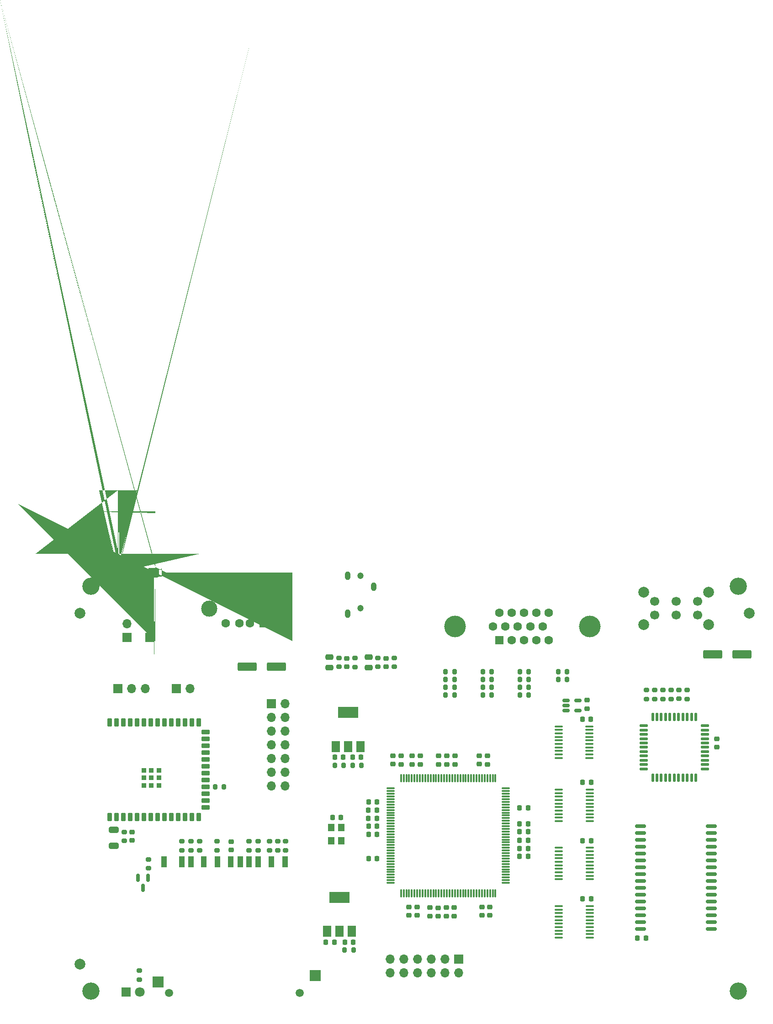
<source format=gts>
%TF.GenerationSoftware,KiCad,Pcbnew,(7.0.0)*%
%TF.CreationDate,2023-08-07T16:44:30-07:00*%
%TF.ProjectId,aquarius-plus,61717561-7269-4757-932d-706c75732e6b,rev?*%
%TF.SameCoordinates,Original*%
%TF.FileFunction,Soldermask,Top*%
%TF.FilePolarity,Negative*%
%FSLAX46Y46*%
G04 Gerber Fmt 4.6, Leading zero omitted, Abs format (unit mm)*
G04 Created by KiCad (PCBNEW (7.0.0)) date 2023-08-07 16:44:30*
%MOMM*%
%LPD*%
G01*
G04 APERTURE LIST*
G04 Aperture macros list*
%AMRoundRect*
0 Rectangle with rounded corners*
0 $1 Rounding radius*
0 $2 $3 $4 $5 $6 $7 $8 $9 X,Y pos of 4 corners*
0 Add a 4 corners polygon primitive as box body*
4,1,4,$2,$3,$4,$5,$6,$7,$8,$9,$2,$3,0*
0 Add four circle primitives for the rounded corners*
1,1,$1+$1,$2,$3*
1,1,$1+$1,$4,$5*
1,1,$1+$1,$6,$7*
1,1,$1+$1,$8,$9*
0 Add four rect primitives between the rounded corners*
20,1,$1+$1,$2,$3,$4,$5,0*
20,1,$1+$1,$4,$5,$6,$7,0*
20,1,$1+$1,$6,$7,$8,$9,0*
20,1,$1+$1,$8,$9,$2,$3,0*%
%AMFreePoly0*
4,1,205,1.200354,0.780354,1.200500,0.780000,1.200500,-0.775000,1.200354,-0.775354,1.200000,-0.775500,0.002000,-0.775500,0.001646,-0.775354,0.001500,-0.775000,0.001500,-0.774762,0.000000,-0.775000,-0.001500,-0.774762,-0.001500,-0.775000,-0.001503,-0.775009,-0.001500,-0.775020,-0.001580,-0.775194,-0.001646,-0.775354,-0.001655,-0.775357,-0.001660,-0.775368,-0.001839,-0.775433,-0.002000,-0.775500,
-0.002009,-0.775496,-0.002020,-0.775500,-0.027020,-0.774500,-0.027028,-0.774495,-0.027038,-0.774499,-0.053038,-0.772499,-0.053047,-0.772494,-0.053057,-0.772497,-0.079057,-0.769497,-0.079075,-0.769486,-0.079095,-0.769491,-0.105094,-0.764491,-0.105104,-0.764484,-0.105117,-0.764486,-0.130117,-0.758486,-0.130124,-0.758480,-0.130134,-0.758482,-0.155135,-0.751481,-0.155148,-0.751470,-0.155169,-0.751471,
-0.180169,-0.742470,-0.180177,-0.742462,-0.180192,-0.742462,-0.204192,-0.732462,-0.204198,-0.732455,-0.204208,-0.732455,-0.228208,-0.721455,-0.228223,-0.721437,-0.228246,-0.721435,-0.251246,-0.708435,-0.251248,-0.708431,-0.251254,-0.708431,-0.273254,-0.695430,-0.273267,-0.695412,-0.273291,-0.695407,-0.294291,-0.680407,-0.294295,-0.680400,-0.294303,-0.680398,-0.315303,-0.664398,-0.315310,-0.664385,
-0.315324,-0.664381,-0.335324,-0.647381,-0.335330,-0.647368,-0.335344,-0.647363,-0.354344,-0.629363,-0.354349,-0.629349,-0.354363,-0.629344,-0.372363,-0.610344,-0.372368,-0.610330,-0.372381,-0.610324,-0.389381,-0.590324,-0.389385,-0.590310,-0.389398,-0.590303,-0.405398,-0.569303,-0.405400,-0.569295,-0.405407,-0.569291,-0.420407,-0.548291,-0.420412,-0.548267,-0.420430,-0.548254,-0.433430,-0.526254,
-0.433430,-0.526249,-0.433435,-0.526246,-0.446435,-0.503246,-0.446437,-0.503224,-0.446454,-0.503209,-0.457455,-0.479208,-0.457455,-0.479198,-0.457462,-0.479192,-0.467462,-0.455192,-0.467462,-0.455178,-0.467470,-0.455170,-0.476470,-0.430169,-0.476469,-0.430150,-0.476481,-0.430135,-0.483481,-0.405135,-0.483479,-0.405125,-0.483486,-0.405117,-0.489486,-0.380117,-0.489484,-0.380104,-0.489491,-0.380094,
-0.494491,-0.354094,-0.494487,-0.354075,-0.494497,-0.354058,-0.497497,-0.328057,-0.497494,-0.328048,-0.497499,-0.328039,-0.499499,-0.302038,-0.499495,-0.302028,-0.499500,-0.302019,-0.500500,-0.275019,-0.500496,-0.275008,-0.500500,-0.275000,-0.500500,0.275000,-0.500496,0.275008,-0.500500,0.275019,-0.499500,0.301019,-0.499495,0.301028,-0.499499,0.301038,-0.497499,0.327039,-0.497494,0.327048,
-0.497497,0.327057,-0.494497,0.353058,-0.494487,0.353075,-0.494491,0.353094,-0.489491,0.379094,-0.489484,0.379104,-0.489486,0.379117,-0.483486,0.404117,-0.483482,0.404122,-0.483483,0.404130,-0.476483,0.430130,-0.476467,0.430150,-0.476468,0.430176,-0.467468,0.454176,-0.467462,0.454182,-0.467462,0.454192,-0.457462,0.478192,-0.457455,0.478198,-0.457455,0.478208,-0.446454,0.502209,
-0.446437,0.502224,-0.446435,0.502246,-0.433435,0.525246,-0.433424,0.525254,-0.433422,0.525268,-0.405422,0.569269,-0.405403,0.569281,-0.405398,0.569303,-0.389398,0.590303,-0.389385,0.590310,-0.389381,0.590324,-0.372381,0.610324,-0.372368,0.610330,-0.372363,0.610344,-0.354363,0.629344,-0.354349,0.629349,-0.354344,0.629363,-0.335344,0.647363,-0.335330,0.647368,-0.335324,0.647381,
-0.315324,0.664381,-0.315310,0.664385,-0.315303,0.664398,-0.294303,0.680398,-0.294280,0.680403,-0.294268,0.680422,-0.250268,0.708422,-0.250254,0.708424,-0.250246,0.708435,-0.227246,0.721435,-0.227223,0.721437,-0.227208,0.721455,-0.203208,0.732455,-0.203198,0.732455,-0.203192,0.732462,-0.179192,0.742462,-0.179182,0.742462,-0.179176,0.742468,-0.155176,0.751468,-0.155150,0.751467,
-0.155130,0.751483,-0.129130,0.758483,-0.129122,0.758482,-0.129117,0.758486,-0.104117,0.764486,-0.104104,0.764484,-0.104094,0.764491,-0.078095,0.769491,-0.078075,0.769486,-0.078057,0.769497,-0.052057,0.772497,-0.052047,0.772494,-0.052038,0.772499,-0.026038,0.774499,-0.026028,0.774495,-0.026019,0.774500,-0.000019,0.775500,-0.000008,0.775496,0.000000,0.775500,1.194500,0.775500,
1.194500,0.780000,1.194646,0.780354,1.195000,0.780500,1.200000,0.780500,1.200354,0.780354,1.200354,0.780354,$1*%
%AMFreePoly1*
4,1,205,-0.001646,0.775354,-0.001500,0.775000,-0.001500,0.774762,0.000000,0.775000,0.001500,0.774762,0.001500,0.775000,0.001503,0.775009,0.001500,0.775020,0.001580,0.775194,0.001646,0.775354,0.001655,0.775357,0.001660,0.775368,0.001839,0.775433,0.002000,0.775500,0.002009,0.775496,0.002020,0.775500,0.027020,0.774500,0.027028,0.774495,0.027038,0.774499,0.053039,0.772499,
0.053048,0.772494,0.053057,0.772497,0.079058,0.769497,0.079075,0.769487,0.079094,0.769491,0.105094,0.764491,0.105104,0.764484,0.105117,0.764486,0.130117,0.758486,0.130125,0.758479,0.130135,0.758481,0.155135,0.751481,0.155150,0.751469,0.155169,0.751470,0.180170,0.742470,0.180178,0.742462,0.180192,0.742462,0.204192,0.732462,0.204198,0.732455,0.204208,0.732455,
0.228209,0.721454,0.228224,0.721437,0.228246,0.721435,0.251246,0.708435,0.251249,0.708430,0.251254,0.708430,0.273254,0.695430,0.273267,0.695412,0.273291,0.695407,0.294291,0.680407,0.294295,0.680400,0.294303,0.680398,0.315303,0.664398,0.315310,0.664385,0.315324,0.664381,0.335324,0.647381,0.335330,0.647368,0.335344,0.647363,0.354344,0.629363,0.354349,0.629349,
0.354363,0.629344,0.372363,0.610344,0.372368,0.610330,0.372381,0.610324,0.389381,0.590324,0.389385,0.590310,0.389398,0.590303,0.405398,0.569303,0.405400,0.569295,0.405407,0.569291,0.420407,0.548291,0.420412,0.548267,0.420430,0.548254,0.433431,0.526254,0.433431,0.526248,0.433435,0.526246,0.446435,0.503246,0.446437,0.503223,0.446455,0.503208,0.457455,0.479208,
0.457455,0.479198,0.457462,0.479192,0.467462,0.455192,0.467462,0.455177,0.467470,0.455169,0.476471,0.430169,0.476470,0.430148,0.476481,0.430135,0.483482,0.405134,0.483480,0.405124,0.483486,0.405117,0.489486,0.380117,0.489484,0.380104,0.489491,0.380094,0.494491,0.354095,0.494486,0.354075,0.494497,0.354057,0.497497,0.328057,0.497494,0.328047,0.497499,0.328038,
0.499499,0.302038,0.499495,0.302028,0.499500,0.302019,0.500500,0.275018,0.500496,0.275008,0.500500,0.275000,0.500500,-0.275000,0.500496,-0.275008,0.500500,-0.275019,0.499500,-0.301019,0.499495,-0.301028,0.499499,-0.301038,0.497499,-0.327038,0.497494,-0.327047,0.497497,-0.327057,0.494497,-0.353057,0.494486,-0.353075,0.494491,-0.353095,0.489491,-0.379094,0.489484,-0.379104,
0.489486,-0.379117,0.483486,-0.404117,0.483482,-0.404122,0.483483,-0.404130,0.476483,-0.430130,0.476467,-0.430150,0.476468,-0.430176,0.467468,-0.454176,0.467462,-0.454182,0.467462,-0.454192,0.457462,-0.478192,0.457455,-0.478198,0.457455,-0.478208,0.446455,-0.502208,0.446437,-0.502223,0.446435,-0.502246,0.433435,-0.525246,0.433424,-0.525254,0.433422,-0.525268,0.405422,-0.569268,
0.405403,-0.569280,0.405398,-0.569303,0.389398,-0.590303,0.389385,-0.590310,0.389381,-0.590324,0.372381,-0.610324,0.372368,-0.610330,0.372363,-0.610344,0.354363,-0.629344,0.354349,-0.629349,0.354344,-0.629363,0.335344,-0.647363,0.335330,-0.647368,0.335324,-0.647381,0.315324,-0.664381,0.315310,-0.664385,0.315303,-0.664398,0.294303,-0.680398,0.294281,-0.680403,0.294269,-0.680422,
0.250268,-0.708422,0.250254,-0.708424,0.250246,-0.708435,0.227246,-0.721435,0.227224,-0.721437,0.227209,-0.721454,0.203208,-0.732455,0.203198,-0.732455,0.203192,-0.732462,0.179192,-0.742462,0.179182,-0.742462,0.179176,-0.742468,0.155176,-0.751468,0.155150,-0.751467,0.155130,-0.751483,0.129130,-0.758483,0.129122,-0.758482,0.129117,-0.758486,0.104117,-0.764486,0.104104,-0.764484,
0.104094,-0.764491,0.078094,-0.769491,0.078075,-0.769487,0.078058,-0.769497,0.052057,-0.772497,0.052048,-0.772494,0.052039,-0.772499,0.026038,-0.774499,0.026028,-0.774495,0.026019,-0.774500,0.000019,-0.775500,0.000008,-0.775496,0.000000,-0.775500,-1.194500,-0.775500,-1.194500,-0.780000,-1.194646,-0.780354,-1.195000,-0.780500,-1.200000,-0.780500,-1.200354,-0.780354,-1.200500,-0.780000,
-1.200500,0.775000,-1.200354,0.775354,-1.200000,0.775500,-0.002000,0.775500,-0.001646,0.775354,-0.001646,0.775354,$1*%
G04 Aperture macros list end*
%ADD10C,0.000100*%
%ADD11RoundRect,0.225000X0.250000X-0.225000X0.250000X0.225000X-0.250000X0.225000X-0.250000X-0.225000X0*%
%ADD12RoundRect,0.200000X-0.275000X0.200000X-0.275000X-0.200000X0.275000X-0.200000X0.275000X0.200000X0*%
%ADD13RoundRect,0.200000X0.275000X-0.200000X0.275000X0.200000X-0.275000X0.200000X-0.275000X-0.200000X0*%
%ADD14RoundRect,0.150000X0.875000X0.150000X-0.875000X0.150000X-0.875000X-0.150000X0.875000X-0.150000X0*%
%ADD15R,1.700000X1.700000*%
%ADD16O,1.700000X1.700000*%
%ADD17RoundRect,0.200000X-0.200000X-0.275000X0.200000X-0.275000X0.200000X0.275000X-0.200000X0.275000X0*%
%ADD18RoundRect,0.225000X-0.250000X0.225000X-0.250000X-0.225000X0.250000X-0.225000X0.250000X0.225000X0*%
%ADD19R,1.500000X2.000000*%
%ADD20R,3.800000X2.000000*%
%ADD21RoundRect,0.075000X-0.075000X0.662500X-0.075000X-0.662500X0.075000X-0.662500X0.075000X0.662500X0*%
%ADD22RoundRect,0.075000X-0.662500X0.075000X-0.662500X-0.075000X0.662500X-0.075000X0.662500X0.075000X0*%
%ADD23C,3.200000*%
%ADD24RoundRect,0.225000X0.225000X0.250000X-0.225000X0.250000X-0.225000X-0.250000X0.225000X-0.250000X0*%
%ADD25RoundRect,0.225000X-0.225000X-0.250000X0.225000X-0.250000X0.225000X0.250000X-0.225000X0.250000X0*%
%ADD26RoundRect,0.250000X0.475000X-0.250000X0.475000X0.250000X-0.475000X0.250000X-0.475000X-0.250000X0*%
%ADD27C,2.000000*%
%ADD28C,1.700000*%
%ADD29R,0.400000X1.350000*%
%ADD30FreePoly0,180.000000*%
%ADD31O,1.300000X0.650000*%
%ADD32R,1.500000X1.550000*%
%ADD33FreePoly1,180.000000*%
%ADD34C,1.500000*%
%ADD35R,1.000000X2.000000*%
%ADD36RoundRect,0.000000X-0.500000X-1.000000X0.500000X-1.000000X0.500000X1.000000X-0.500000X1.000000X0*%
%ADD37R,2.000000X2.000000*%
%ADD38RoundRect,0.137500X0.600000X0.137500X-0.600000X0.137500X-0.600000X-0.137500X0.600000X-0.137500X0*%
%ADD39RoundRect,0.137500X0.137500X0.600000X-0.137500X0.600000X-0.137500X-0.600000X0.137500X-0.600000X0*%
%ADD40C,4.000000*%
%ADD41R,1.600000X1.600000*%
%ADD42C,1.600000*%
%ADD43RoundRect,0.100000X-0.637500X-0.100000X0.637500X-0.100000X0.637500X0.100000X-0.637500X0.100000X0*%
%ADD44R,1.600000X1.500000*%
%ADD45C,3.000000*%
%ADD46R,1.800000X1.800000*%
%ADD47C,1.800000*%
%ADD48RoundRect,0.250000X1.500000X0.550000X-1.500000X0.550000X-1.500000X-0.550000X1.500000X-0.550000X0*%
%ADD49R,1.200000X1.400000*%
%ADD50RoundRect,0.250000X-0.650000X0.325000X-0.650000X-0.325000X0.650000X-0.325000X0.650000X0.325000X0*%
%ADD51C,1.200000*%
%ADD52O,1.000000X1.600000*%
%ADD53RoundRect,0.225000X0.225000X0.525000X-0.225000X0.525000X-0.225000X-0.525000X0.225000X-0.525000X0*%
%ADD54RoundRect,0.225000X-0.525000X0.225000X-0.525000X-0.225000X0.525000X-0.225000X0.525000X0.225000X0*%
%ADD55RoundRect,0.225000X-0.225000X-0.525000X0.225000X-0.525000X0.225000X0.525000X-0.225000X0.525000X0*%
%ADD56RoundRect,0.225000X-0.225000X-0.225000X0.225000X-0.225000X0.225000X0.225000X-0.225000X0.225000X0*%
%ADD57RoundRect,0.150000X-0.150000X0.587500X-0.150000X-0.587500X0.150000X-0.587500X0.150000X0.587500X0*%
%ADD58RoundRect,0.250000X-1.500000X-0.550000X1.500000X-0.550000X1.500000X0.550000X-1.500000X0.550000X0*%
%ADD59RoundRect,0.150000X-0.512500X-0.150000X0.512500X-0.150000X0.512500X0.150000X-0.512500X0.150000X0*%
G04 APERTURE END LIST*
%TO.C,J1*%
G36*
X81093152Y-43585469D02*
G01*
X81119152Y-43587469D01*
X81145152Y-43590469D01*
X81171152Y-43595469D01*
X81196152Y-43601469D01*
X81222152Y-43608469D01*
X81246152Y-43617469D01*
X81270152Y-43627469D01*
X81294152Y-43638469D01*
X81317152Y-43651469D01*
X81339152Y-43665469D01*
X81361152Y-43679469D01*
X81382152Y-43695469D01*
X81402152Y-43712469D01*
X81421152Y-43730469D01*
X81439152Y-43749469D01*
X81456152Y-43769469D01*
X81472152Y-43790469D01*
X81486152Y-43812469D01*
X81500152Y-43834469D01*
X81513152Y-43857469D01*
X81524152Y-43881469D01*
X81534152Y-43905469D01*
X81543152Y-43929469D01*
X81550152Y-43955469D01*
X81556152Y-43980469D01*
X81561152Y-44006469D01*
X81564152Y-44032469D01*
X81566152Y-44058469D01*
X81567152Y-44084469D01*
X81567152Y-44834469D01*
X81566152Y-44860469D01*
X81564152Y-44886469D01*
X81561152Y-44912469D01*
X81556152Y-44938469D01*
X81550152Y-44963469D01*
X81543152Y-44989469D01*
X81534152Y-45013469D01*
X81524152Y-45037469D01*
X81513152Y-45061469D01*
X81500152Y-45084469D01*
X81486152Y-45106469D01*
X81472152Y-45128469D01*
X81456152Y-45149469D01*
X81439152Y-45169469D01*
X81421152Y-45188469D01*
X81402152Y-45206469D01*
X81382152Y-45223469D01*
X81361152Y-45239469D01*
X81339152Y-45253469D01*
X81317152Y-45267469D01*
X81294152Y-45280469D01*
X81270152Y-45291469D01*
X81246152Y-45301469D01*
X81222152Y-45310469D01*
X81196152Y-45317469D01*
X81171152Y-45323469D01*
X81145152Y-45328469D01*
X81119152Y-45331469D01*
X81093152Y-45333469D01*
X81067152Y-45334469D01*
X79667152Y-45334469D01*
X79667152Y-43584469D01*
X81067152Y-43584469D01*
X81093152Y-43585469D01*
G37*
D10*
X81093152Y-43585469D02*
X81119152Y-43587469D01*
X81145152Y-43590469D01*
X81171152Y-43595469D01*
X81196152Y-43601469D01*
X81222152Y-43608469D01*
X81246152Y-43617469D01*
X81270152Y-43627469D01*
X81294152Y-43638469D01*
X81317152Y-43651469D01*
X81339152Y-43665469D01*
X81361152Y-43679469D01*
X81382152Y-43695469D01*
X81402152Y-43712469D01*
X81421152Y-43730469D01*
X81439152Y-43749469D01*
X81456152Y-43769469D01*
X81472152Y-43790469D01*
X81486152Y-43812469D01*
X81500152Y-43834469D01*
X81513152Y-43857469D01*
X81524152Y-43881469D01*
X81534152Y-43905469D01*
X81543152Y-43929469D01*
X81550152Y-43955469D01*
X81556152Y-43980469D01*
X81561152Y-44006469D01*
X81564152Y-44032469D01*
X81566152Y-44058469D01*
X81567152Y-44084469D01*
X81567152Y-44834469D01*
X81566152Y-44860469D01*
X81564152Y-44886469D01*
X81561152Y-44912469D01*
X81556152Y-44938469D01*
X81550152Y-44963469D01*
X81543152Y-44989469D01*
X81534152Y-45013469D01*
X81524152Y-45037469D01*
X81513152Y-45061469D01*
X81500152Y-45084469D01*
X81486152Y-45106469D01*
X81472152Y-45128469D01*
X81456152Y-45149469D01*
X81439152Y-45169469D01*
X81421152Y-45188469D01*
X81402152Y-45206469D01*
X81382152Y-45223469D01*
X81361152Y-45239469D01*
X81339152Y-45253469D01*
X81317152Y-45267469D01*
X81294152Y-45280469D01*
X81270152Y-45291469D01*
X81246152Y-45301469D01*
X81222152Y-45310469D01*
X81196152Y-45317469D01*
X81171152Y-45323469D01*
X81145152Y-45328469D01*
X81119152Y-45331469D01*
X81093152Y-45333469D01*
X81067152Y-45334469D01*
X79667152Y-45334469D01*
X79667152Y-43584469D01*
X81067152Y-43584469D01*
X81093152Y-43585469D01*
G36*
X75267152Y-45334469D02*
G01*
X73867152Y-45334469D01*
X73841152Y-45333469D01*
X73815152Y-45331469D01*
X73789152Y-45328469D01*
X73763152Y-45323469D01*
X73738152Y-45317469D01*
X73712152Y-45310469D01*
X73688152Y-45301469D01*
X73664152Y-45291469D01*
X73640152Y-45280469D01*
X73617152Y-45267469D01*
X73595152Y-45253469D01*
X73573152Y-45239469D01*
X73552152Y-45223469D01*
X73532152Y-45206469D01*
X73513152Y-45188469D01*
X73495152Y-45169469D01*
X73478152Y-45149469D01*
X73462152Y-45128469D01*
X73448152Y-45106469D01*
X73434152Y-45084469D01*
X73421152Y-45061469D01*
X73410152Y-45037469D01*
X73400152Y-45013469D01*
X73391152Y-44989469D01*
X73384152Y-44963469D01*
X73378152Y-44938469D01*
X73373152Y-44912469D01*
X73370152Y-44886469D01*
X73368152Y-44860469D01*
X73367152Y-44834469D01*
X73367152Y-44084469D01*
X73368152Y-44058469D01*
X73370152Y-44032469D01*
X73373152Y-44006469D01*
X73378152Y-43980469D01*
X73384152Y-43955469D01*
X73391152Y-43929469D01*
X73400152Y-43905469D01*
X73410152Y-43881469D01*
X73421152Y-43857469D01*
X73434152Y-43834469D01*
X73448152Y-43812469D01*
X73462152Y-43790469D01*
X73478152Y-43769469D01*
X73495152Y-43749469D01*
X73513152Y-43730469D01*
X73532152Y-43712469D01*
X73552152Y-43695469D01*
X73573152Y-43679469D01*
X73595152Y-43665469D01*
X73617152Y-43651469D01*
X73640152Y-43638469D01*
X73664152Y-43627469D01*
X73688152Y-43617469D01*
X73712152Y-43608469D01*
X73738152Y-43601469D01*
X73763152Y-43595469D01*
X73789152Y-43590469D01*
X73815152Y-43587469D01*
X73841152Y-43585469D01*
X73867152Y-43584469D01*
X75267152Y-43584469D01*
X75267152Y-45334469D01*
G37*
X75267152Y-45334469D02*
X73867152Y-45334469D01*
X73841152Y-45333469D01*
X73815152Y-45331469D01*
X73789152Y-45328469D01*
X73763152Y-45323469D01*
X73738152Y-45317469D01*
X73712152Y-45310469D01*
X73688152Y-45301469D01*
X73664152Y-45291469D01*
X73640152Y-45280469D01*
X73617152Y-45267469D01*
X73595152Y-45253469D01*
X73573152Y-45239469D01*
X73552152Y-45223469D01*
X73532152Y-45206469D01*
X73513152Y-45188469D01*
X73495152Y-45169469D01*
X73478152Y-45149469D01*
X73462152Y-45128469D01*
X73448152Y-45106469D01*
X73434152Y-45084469D01*
X73421152Y-45061469D01*
X73410152Y-45037469D01*
X73400152Y-45013469D01*
X73391152Y-44989469D01*
X73384152Y-44963469D01*
X73378152Y-44938469D01*
X73373152Y-44912469D01*
X73370152Y-44886469D01*
X73368152Y-44860469D01*
X73367152Y-44834469D01*
X73367152Y-44084469D01*
X73368152Y-44058469D01*
X73370152Y-44032469D01*
X73373152Y-44006469D01*
X73378152Y-43980469D01*
X73384152Y-43955469D01*
X73391152Y-43929469D01*
X73400152Y-43905469D01*
X73410152Y-43881469D01*
X73421152Y-43857469D01*
X73434152Y-43834469D01*
X73448152Y-43812469D01*
X73462152Y-43790469D01*
X73478152Y-43769469D01*
X73495152Y-43749469D01*
X73513152Y-43730469D01*
X73532152Y-43712469D01*
X73552152Y-43695469D01*
X73573152Y-43679469D01*
X73595152Y-43665469D01*
X73617152Y-43651469D01*
X73640152Y-43638469D01*
X73664152Y-43627469D01*
X73688152Y-43617469D01*
X73712152Y-43608469D01*
X73738152Y-43601469D01*
X73763152Y-43595469D01*
X73789152Y-43590469D01*
X73815152Y-43587469D01*
X73841152Y-43585469D01*
X73867152Y-43584469D01*
X75267152Y-43584469D01*
X75267152Y-45334469D01*
%TD*%
D11*
%TO.C,C21*%
X140997000Y-79981200D03*
X140997000Y-78431200D03*
%TD*%
D12*
%TO.C,R24*%
X173497500Y-66238100D03*
X173497500Y-67888100D03*
%TD*%
D13*
%TO.C,R49*%
X75200000Y-94175000D03*
X75200000Y-92525000D03*
%TD*%
D14*
%TO.C,U13*%
X183972700Y-110490000D03*
X183972700Y-109220000D03*
X183972700Y-107950000D03*
X183972700Y-106680000D03*
X183972700Y-105410000D03*
X183972700Y-104140000D03*
X183972700Y-102870000D03*
X183972700Y-101600000D03*
X183972700Y-100330000D03*
X183972700Y-99060000D03*
X183972700Y-97790000D03*
X183972700Y-96520000D03*
X183972700Y-95250000D03*
X183972700Y-93980000D03*
X183972700Y-92710000D03*
X183972700Y-91440000D03*
X170872700Y-91440000D03*
X170872700Y-92710000D03*
X170872700Y-93980000D03*
X170872700Y-95250000D03*
X170872700Y-96520000D03*
X170872700Y-97790000D03*
X170872700Y-99060000D03*
X170872700Y-100330000D03*
X170872700Y-101600000D03*
X170872700Y-102870000D03*
X170872700Y-104140000D03*
X170872700Y-105410000D03*
X170872700Y-106680000D03*
X170872700Y-107950000D03*
X170872700Y-109220000D03*
X170872700Y-110490000D03*
%TD*%
D15*
%TO.C,JP3*%
X84804199Y-66006999D03*
D16*
X87344199Y-66006999D03*
%TD*%
D12*
%TO.C,R47*%
X103611700Y-94273200D03*
X103611700Y-95923200D03*
%TD*%
D17*
%TO.C,R20*%
X141609500Y-67120100D03*
X143259500Y-67120100D03*
%TD*%
%TO.C,R13*%
X148494300Y-64282000D03*
X150144300Y-64282000D03*
%TD*%
D18*
%TO.C,C46*%
X136350000Y-106562500D03*
X136350000Y-108112500D03*
%TD*%
D11*
%TO.C,C4*%
X123699400Y-61898800D03*
X123699400Y-60348800D03*
%TD*%
D19*
%TO.C,U3*%
X114393326Y-76700699D03*
X116693326Y-76700699D03*
D20*
X116693326Y-70400699D03*
D19*
X118993326Y-76700699D03*
%TD*%
D18*
%TO.C,C52*%
X134850000Y-106562500D03*
X134850000Y-108112500D03*
%TD*%
D12*
%TO.C,R46*%
X102150300Y-94272500D03*
X102150300Y-95922500D03*
%TD*%
D21*
%TO.C,U6*%
X143970000Y-82550000D03*
X143470000Y-82550000D03*
X142970000Y-82550000D03*
X142470000Y-82550000D03*
X141970000Y-82550000D03*
X141470000Y-82550000D03*
X140970000Y-82550000D03*
X140470000Y-82550000D03*
X139970000Y-82550000D03*
X139470000Y-82550000D03*
X138970000Y-82550000D03*
X138470000Y-82550000D03*
X137970000Y-82550000D03*
X137470000Y-82550000D03*
X136970000Y-82550000D03*
X136470000Y-82550000D03*
X135970000Y-82550000D03*
X135470000Y-82550000D03*
X134970000Y-82550000D03*
X134470000Y-82550000D03*
X133970000Y-82550000D03*
X133470000Y-82550000D03*
X132970000Y-82550000D03*
X132470000Y-82550000D03*
X131970000Y-82550000D03*
X131470000Y-82550000D03*
X130970000Y-82550000D03*
X130470000Y-82550000D03*
X129970000Y-82550000D03*
X129470000Y-82550000D03*
X128970000Y-82550000D03*
X128470000Y-82550000D03*
X127970000Y-82550000D03*
X127470000Y-82550000D03*
X126970000Y-82550000D03*
X126470000Y-82550000D03*
D22*
X124557500Y-84462500D03*
X124557500Y-84962500D03*
X124557500Y-85462500D03*
X124557500Y-85962500D03*
X124557500Y-86462500D03*
X124557500Y-86962500D03*
X124557500Y-87462500D03*
X124557500Y-87962500D03*
X124557500Y-88462500D03*
X124557500Y-88962500D03*
X124557500Y-89462500D03*
X124557500Y-89962500D03*
X124557500Y-90462500D03*
X124557500Y-90962500D03*
X124557500Y-91462500D03*
X124557500Y-91962500D03*
X124557500Y-92462500D03*
X124557500Y-92962500D03*
X124557500Y-93462500D03*
X124557500Y-93962500D03*
X124557500Y-94462500D03*
X124557500Y-94962500D03*
X124557500Y-95462500D03*
X124557500Y-95962500D03*
X124557500Y-96462500D03*
X124557500Y-96962500D03*
X124557500Y-97462500D03*
X124557500Y-97962500D03*
X124557500Y-98462500D03*
X124557500Y-98962500D03*
X124557500Y-99462500D03*
X124557500Y-99962500D03*
X124557500Y-100462500D03*
X124557500Y-100962500D03*
X124557500Y-101462500D03*
X124557500Y-101962500D03*
D21*
X126470000Y-103875000D03*
X126970000Y-103875000D03*
X127470000Y-103875000D03*
X127970000Y-103875000D03*
X128470000Y-103875000D03*
X128970000Y-103875000D03*
X129470000Y-103875000D03*
X129970000Y-103875000D03*
X130470000Y-103875000D03*
X130970000Y-103875000D03*
X131470000Y-103875000D03*
X131970000Y-103875000D03*
X132470000Y-103875000D03*
X132970000Y-103875000D03*
X133470000Y-103875000D03*
X133970000Y-103875000D03*
X134470000Y-103875000D03*
X134970000Y-103875000D03*
X135470000Y-103875000D03*
X135970000Y-103875000D03*
X136470000Y-103875000D03*
X136970000Y-103875000D03*
X137470000Y-103875000D03*
X137970000Y-103875000D03*
X138470000Y-103875000D03*
X138970000Y-103875000D03*
X139470000Y-103875000D03*
X139970000Y-103875000D03*
X140470000Y-103875000D03*
X140970000Y-103875000D03*
X141470000Y-103875000D03*
X141970000Y-103875000D03*
X142470000Y-103875000D03*
X142970000Y-103875000D03*
X143470000Y-103875000D03*
X143970000Y-103875000D03*
D22*
X145882500Y-101962500D03*
X145882500Y-101462500D03*
X145882500Y-100962500D03*
X145882500Y-100462500D03*
X145882500Y-99962500D03*
X145882500Y-99462500D03*
X145882500Y-98962500D03*
X145882500Y-98462500D03*
X145882500Y-97962500D03*
X145882500Y-97462500D03*
X145882500Y-96962500D03*
X145882500Y-96462500D03*
X145882500Y-95962500D03*
X145882500Y-95462500D03*
X145882500Y-94962500D03*
X145882500Y-94462500D03*
X145882500Y-93962500D03*
X145882500Y-93462500D03*
X145882500Y-92962500D03*
X145882500Y-92462500D03*
X145882500Y-91962500D03*
X145882500Y-91462500D03*
X145882500Y-90962500D03*
X145882500Y-90462500D03*
X145882500Y-89962500D03*
X145882500Y-89462500D03*
X145882500Y-88962500D03*
X145882500Y-88462500D03*
X145882500Y-87962500D03*
X145882500Y-87462500D03*
X145882500Y-86962500D03*
X145882500Y-86462500D03*
X145882500Y-85962500D03*
X145882500Y-85462500D03*
X145882500Y-84962500D03*
X145882500Y-84462500D03*
%TD*%
D23*
%TO.C,H4*%
X189000000Y-122000000D03*
%TD*%
D17*
%TO.C,R15*%
X134738600Y-65716700D03*
X136388600Y-65716700D03*
%TD*%
D23*
%TO.C,H3*%
X69000000Y-122000000D03*
%TD*%
D12*
%TO.C,R25*%
X175000000Y-66238100D03*
X175000000Y-67888100D03*
%TD*%
D15*
%TO.C,JP1*%
X75674599Y-56525399D03*
D16*
X75674599Y-53985399D03*
%TD*%
D24*
%TO.C,C47*%
X114100000Y-112925600D03*
X112550000Y-112925600D03*
%TD*%
D18*
%TO.C,C35*%
X133350000Y-106575000D03*
X133350000Y-108125000D03*
%TD*%
D25*
%TO.C,C55*%
X170296800Y-112226000D03*
X171846800Y-112226000D03*
%TD*%
D11*
%TO.C,C20*%
X125000000Y-79983800D03*
X125000000Y-78433800D03*
%TD*%
D26*
%TO.C,C3*%
X120449400Y-62073800D03*
X120449400Y-60173800D03*
%TD*%
D12*
%TO.C,R23*%
X172000000Y-66238100D03*
X172000000Y-67888100D03*
%TD*%
D11*
%TO.C,C19*%
X136470000Y-79987500D03*
X136470000Y-78437500D03*
%TD*%
D13*
%TO.C,R4*%
X117945700Y-61957300D03*
X117945700Y-60307300D03*
%TD*%
D15*
%TO.C,J10*%
X137159999Y-116079999D03*
D16*
X137159999Y-118619999D03*
X134619999Y-116079999D03*
X134619999Y-118619999D03*
X132079999Y-116079999D03*
X132079999Y-118619999D03*
X129539999Y-116079999D03*
X129539999Y-118619999D03*
X126999999Y-116079999D03*
X126999999Y-118619999D03*
X124459999Y-116079999D03*
X124459999Y-118619999D03*
%TD*%
D11*
%TO.C,C56*%
X94954900Y-95871400D03*
X94954900Y-94321400D03*
%TD*%
D24*
%TO.C,C48*%
X117625000Y-112925600D03*
X116075000Y-112925600D03*
%TD*%
%TO.C,C45*%
X161685000Y-104941400D03*
X160135000Y-104941400D03*
%TD*%
D27*
%TO.C,FID1*%
X67000000Y-52000000D03*
%TD*%
%TO.C,SW1*%
X183457500Y-54082500D03*
X183457500Y-48082500D03*
X171457500Y-54082500D03*
X171457500Y-48082500D03*
D28*
X181457500Y-52332500D03*
X177457500Y-52332500D03*
X173457500Y-52332500D03*
X181457500Y-49832500D03*
X177457500Y-49832500D03*
X173457500Y-49832500D03*
%TD*%
D17*
%TO.C,R14*%
X155581300Y-64279100D03*
X157231300Y-64279100D03*
%TD*%
%TO.C,R39*%
X116025000Y-114425600D03*
X117675000Y-114425600D03*
%TD*%
%TO.C,R9*%
X148494300Y-62864900D03*
X150144300Y-62864900D03*
%TD*%
D24*
%TO.C,C41*%
X161685000Y-94131400D03*
X160135000Y-94131400D03*
%TD*%
D12*
%TO.C,R44*%
X98282900Y-94254000D03*
X98282900Y-95904000D03*
%TD*%
D24*
%TO.C,C30*%
X121995000Y-86962500D03*
X120445000Y-86962500D03*
%TD*%
D12*
%TO.C,R3*%
X114949400Y-60298800D03*
X114949400Y-61948800D03*
%TD*%
D11*
%TO.C,C15*%
X128550000Y-79987500D03*
X128550000Y-78437500D03*
%TD*%
D17*
%TO.C,R11*%
X134738600Y-64298300D03*
X136388600Y-64298300D03*
%TD*%
D15*
%TO.C,JP4*%
X73999999Y-65999999D03*
D16*
X76539999Y-65999999D03*
X79079999Y-65999999D03*
%TD*%
D25*
%TO.C,C40*%
X148445000Y-94100002D03*
X149995000Y-94100002D03*
%TD*%
D29*
%TO.C,J1*%
X78767151Y-47159468D03*
X78117151Y-47159468D03*
X77467151Y-47159468D03*
X76817151Y-47159468D03*
X76167151Y-47159468D03*
D30*
X80967152Y-44459469D03*
D31*
X79967151Y-47159468D03*
D32*
X78467151Y-44459468D03*
X76467151Y-44459468D03*
D31*
X74967151Y-47159468D03*
D33*
X73967152Y-44459469D03*
%TD*%
D13*
%TO.C,R40*%
X85835800Y-95921600D03*
X85835800Y-94271600D03*
%TD*%
D12*
%TO.C,R27*%
X178000000Y-66225000D03*
X178000000Y-67875000D03*
%TD*%
D19*
%TO.C,U11*%
X112777499Y-110925599D03*
X115077499Y-110925599D03*
D20*
X115077499Y-104625599D03*
D19*
X117377499Y-110925599D03*
%TD*%
D24*
%TO.C,C33*%
X121983000Y-88476400D03*
X120433000Y-88476400D03*
%TD*%
D17*
%TO.C,R16*%
X141608400Y-65697000D03*
X143258400Y-65697000D03*
%TD*%
D24*
%TO.C,C29*%
X161685000Y-83351400D03*
X160135000Y-83351400D03*
%TD*%
D15*
%TO.C,J13*%
X102459999Y-68759999D03*
D16*
X104999999Y-68759999D03*
X102459999Y-71299999D03*
X104999999Y-71299999D03*
X102459999Y-73839999D03*
X104999999Y-73839999D03*
X102459999Y-76379999D03*
X104999999Y-76379999D03*
X102459999Y-78919999D03*
X104999999Y-78919999D03*
X102459999Y-81459999D03*
X104999999Y-81459999D03*
X102459999Y-83999999D03*
X104999999Y-83999999D03*
%TD*%
D15*
%TO.C,JP2*%
X79914599Y-56525399D03*
D16*
X79914599Y-53985399D03*
%TD*%
D25*
%TO.C,C42*%
X148450000Y-95600000D03*
X150000000Y-95600000D03*
%TD*%
D17*
%TO.C,R17*%
X148490500Y-65693000D03*
X150140500Y-65693000D03*
%TD*%
D18*
%TO.C,C49*%
X127970000Y-106437500D03*
X127970000Y-107987500D03*
%TD*%
D17*
%TO.C,R21*%
X148494300Y-67128100D03*
X150144300Y-67128100D03*
%TD*%
D27*
%TO.C,FID3*%
X67000000Y-117000000D03*
%TD*%
D17*
%TO.C,R36*%
X114181627Y-80200000D03*
X115831627Y-80200000D03*
%TD*%
D18*
%TO.C,C57*%
X76659700Y-92575400D03*
X76659700Y-94125400D03*
%TD*%
D13*
%TO.C,R68*%
X79650000Y-99275000D03*
X79650000Y-97625000D03*
%TD*%
D12*
%TO.C,R69*%
X78000000Y-118225000D03*
X78000000Y-119875000D03*
%TD*%
D34*
%TO.C,J9*%
X83500000Y-122320000D03*
X107700000Y-122320000D03*
D35*
X102459999Y-98069999D03*
X99959999Y-98069999D03*
X96649999Y-98069999D03*
X94939999Y-98069999D03*
X92439999Y-98069999D03*
X89939999Y-98069999D03*
X87519999Y-98069999D03*
X85819999Y-98069999D03*
X104959999Y-98069999D03*
D36*
X98280000Y-98070000D03*
D35*
X82539999Y-98069999D03*
D37*
X110534999Y-119119999D03*
X81464999Y-120319999D03*
%TD*%
D12*
%TO.C,R43*%
X92411000Y-94257600D03*
X92411000Y-95907600D03*
%TD*%
D11*
%TO.C,C24*%
X184982873Y-76850000D03*
X184982873Y-75300000D03*
%TD*%
D12*
%TO.C,R26*%
X176500000Y-66238100D03*
X176500000Y-67888100D03*
%TD*%
D38*
%TO.C,U7*%
X182770000Y-80848100D03*
X182770000Y-80048100D03*
X182770000Y-79248100D03*
X182770000Y-78448100D03*
X182770000Y-77648100D03*
X182770000Y-76848100D03*
X182770000Y-76048100D03*
X182770000Y-75248100D03*
X182770000Y-74448100D03*
X182770000Y-73648100D03*
X182770000Y-72848100D03*
D39*
X181107500Y-71185600D03*
X180307500Y-71185600D03*
X179507500Y-71185600D03*
X178707500Y-71185600D03*
X177907500Y-71185600D03*
X177107500Y-71185600D03*
X176307500Y-71185600D03*
X175507500Y-71185600D03*
X174707500Y-71185600D03*
X173907500Y-71185600D03*
X173107500Y-71185600D03*
D38*
X171445000Y-72848100D03*
X171445000Y-73648100D03*
X171445000Y-74448100D03*
X171445000Y-75248100D03*
X171445000Y-76048100D03*
X171445000Y-76848100D03*
X171445000Y-77648100D03*
X171445000Y-78448100D03*
X171445000Y-79248100D03*
X171445000Y-80048100D03*
X171445000Y-80848100D03*
D39*
X173107500Y-82510600D03*
X173907500Y-82510600D03*
X174707500Y-82510600D03*
X175507500Y-82510600D03*
X176307500Y-82510600D03*
X177107500Y-82510600D03*
X177907500Y-82510600D03*
X178707500Y-82510600D03*
X179507500Y-82510600D03*
X180307500Y-82510600D03*
X181107500Y-82510600D03*
%TD*%
D40*
%TO.C,J4*%
X161495000Y-54430000D03*
X136505000Y-54430000D03*
D41*
X144684999Y-56969999D03*
D42*
X146975000Y-56970000D03*
X149265000Y-56970000D03*
X151555000Y-56970000D03*
X153845000Y-56970000D03*
X143545000Y-54430000D03*
X145835000Y-54430000D03*
X148125000Y-54430000D03*
X150415000Y-54430000D03*
X152705000Y-54430000D03*
X144685000Y-51890000D03*
X146975000Y-51890000D03*
X149265000Y-51890000D03*
X151555000Y-51890000D03*
X153845000Y-51890000D03*
%TD*%
D43*
%TO.C,U4*%
X155684100Y-72980000D03*
X155684100Y-73630000D03*
X155684100Y-74280000D03*
X155684100Y-74930000D03*
X155684100Y-75580000D03*
X155684100Y-76230000D03*
X155684100Y-76880000D03*
X155684100Y-77530000D03*
X155684100Y-78180000D03*
X155684100Y-78830000D03*
X161409100Y-78830000D03*
X161409100Y-78180000D03*
X161409100Y-77530000D03*
X161409100Y-76880000D03*
X161409100Y-76230000D03*
X161409100Y-75580000D03*
X161409100Y-74930000D03*
X161409100Y-74280000D03*
X161409100Y-73630000D03*
X161409100Y-72980000D03*
%TD*%
D25*
%TO.C,C37*%
X148445000Y-91012500D03*
X149995000Y-91012500D03*
%TD*%
%TO.C,C39*%
X148445000Y-92512500D03*
X149995000Y-92512500D03*
%TD*%
D13*
%TO.C,R6*%
X125206600Y-61943400D03*
X125206600Y-60293400D03*
%TD*%
D44*
%TO.C,J2*%
X100999999Y-53859999D03*
D42*
X98500000Y-53860000D03*
X96500000Y-53860000D03*
X94000000Y-53860000D03*
D45*
X104070000Y-51150000D03*
X90930000Y-51150000D03*
%TD*%
D23*
%TO.C,H1*%
X69000000Y-47000000D03*
%TD*%
D43*
%TO.C,U9*%
X155697500Y-95456400D03*
X155697500Y-96106400D03*
X155697500Y-96756400D03*
X155697500Y-97406400D03*
X155697500Y-98056400D03*
X155697500Y-98706400D03*
X155697500Y-99356400D03*
X155697500Y-100006400D03*
X155697500Y-100656400D03*
X155697500Y-101306400D03*
X161422500Y-101306400D03*
X161422500Y-100656400D03*
X161422500Y-100006400D03*
X161422500Y-99356400D03*
X161422500Y-98706400D03*
X161422500Y-98056400D03*
X161422500Y-97406400D03*
X161422500Y-96756400D03*
X161422500Y-96106400D03*
X161422500Y-95456400D03*
%TD*%
D12*
%TO.C,R45*%
X99981100Y-94267600D03*
X99981100Y-95917600D03*
%TD*%
D11*
%TO.C,C14*%
X126470000Y-79987500D03*
X126470000Y-78437500D03*
%TD*%
D24*
%TO.C,C43*%
X121995000Y-97462500D03*
X120445000Y-97462500D03*
%TD*%
D18*
%TO.C,C51*%
X131850000Y-106562500D03*
X131850000Y-108112500D03*
%TD*%
D46*
%TO.C,D3*%
X75499999Y-122174999D03*
D47*
X78040000Y-122175000D03*
%TD*%
D43*
%TO.C,U8*%
X155697500Y-84676400D03*
X155697500Y-85326400D03*
X155697500Y-85976400D03*
X155697500Y-86626400D03*
X155697500Y-87276400D03*
X155697500Y-87926400D03*
X155697500Y-88576400D03*
X155697500Y-89226400D03*
X155697500Y-89876400D03*
X155697500Y-90526400D03*
X161422500Y-90526400D03*
X161422500Y-89876400D03*
X161422500Y-89226400D03*
X161422500Y-88576400D03*
X161422500Y-87926400D03*
X161422500Y-87276400D03*
X161422500Y-86626400D03*
X161422500Y-85976400D03*
X161422500Y-85326400D03*
X161422500Y-84676400D03*
%TD*%
D17*
%TO.C,R12*%
X141609500Y-64273900D03*
X143259500Y-64273900D03*
%TD*%
%TO.C,R19*%
X134738600Y-67135000D03*
X136388600Y-67135000D03*
%TD*%
D12*
%TO.C,R5*%
X122199400Y-60298800D03*
X122199400Y-61948800D03*
%TD*%
D23*
%TO.C,H2*%
X189000000Y-47000000D03*
%TD*%
D24*
%TO.C,C36*%
X121995000Y-91462500D03*
X120445000Y-91462500D03*
%TD*%
%TO.C,C10*%
X161671600Y-71655000D03*
X160121600Y-71655000D03*
%TD*%
D48*
%TO.C,C7*%
X103380000Y-61880000D03*
X97980000Y-61880000D03*
%TD*%
D11*
%TO.C,C2*%
X116449400Y-61898800D03*
X116449400Y-60348800D03*
%TD*%
D49*
%TO.C,X1*%
X113499999Y-91749999D03*
X113499999Y-94149999D03*
X115399999Y-94149999D03*
X115399999Y-91749999D03*
%TD*%
D25*
%TO.C,C31*%
X148446200Y-88090600D03*
X149996200Y-88090600D03*
%TD*%
D18*
%TO.C,C53*%
X142950000Y-106443000D03*
X142950000Y-107993000D03*
%TD*%
D11*
%TO.C,C16*%
X130050000Y-79987500D03*
X130050000Y-78437500D03*
%TD*%
D24*
%TO.C,C38*%
X121995100Y-92991200D03*
X120445100Y-92991200D03*
%TD*%
D43*
%TO.C,U12*%
X155697500Y-106266400D03*
X155697500Y-106916400D03*
X155697500Y-107566400D03*
X155697500Y-108216400D03*
X155697500Y-108866400D03*
X155697500Y-109516400D03*
X155697500Y-110166400D03*
X155697500Y-110816400D03*
X155697500Y-111466400D03*
X155697500Y-112116400D03*
X161422500Y-112116400D03*
X161422500Y-111466400D03*
X161422500Y-110816400D03*
X161422500Y-110166400D03*
X161422500Y-109516400D03*
X161422500Y-108866400D03*
X161422500Y-108216400D03*
X161422500Y-107566400D03*
X161422500Y-106916400D03*
X161422500Y-106266400D03*
%TD*%
D50*
%TO.C,C58*%
X73250000Y-92125000D03*
X73250000Y-95075000D03*
%TD*%
D51*
%TO.C,J3*%
X119000000Y-45100000D03*
X119000000Y-51100000D03*
D52*
X121399999Y-47099999D03*
X116599999Y-45099999D03*
X116599999Y-52099999D03*
%TD*%
D12*
%TO.C,R42*%
X89130700Y-94266700D03*
X89130700Y-95916700D03*
%TD*%
D24*
%TO.C,C32*%
X115325000Y-89820000D03*
X113775000Y-89820000D03*
%TD*%
%TO.C,C13*%
X119081627Y-78700000D03*
X117531627Y-78700000D03*
%TD*%
D18*
%TO.C,C50*%
X129426100Y-106435300D03*
X129426100Y-107985300D03*
%TD*%
D17*
%TO.C,R37*%
X117481627Y-80200000D03*
X119131627Y-80200000D03*
%TD*%
%TO.C,R7*%
X134738600Y-62880000D03*
X136388600Y-62880000D03*
%TD*%
%TO.C,R10*%
X155579500Y-62866000D03*
X157229500Y-62866000D03*
%TD*%
D53*
%TO.C,U10*%
X72490000Y-89750000D03*
X73760000Y-89750000D03*
X75030000Y-89750000D03*
X76300000Y-89750000D03*
X77570000Y-89750000D03*
X78840000Y-89750000D03*
X80110000Y-89750000D03*
X81380000Y-89750000D03*
X82650000Y-89750000D03*
X83920000Y-89750000D03*
X85190000Y-89750000D03*
X86460000Y-89750000D03*
X87730000Y-89750000D03*
X89000000Y-89750000D03*
D54*
X90250000Y-87985000D03*
X90250000Y-86715000D03*
X90250000Y-85445000D03*
X90250000Y-84175000D03*
X90250000Y-82905000D03*
X90250000Y-81635000D03*
X90250000Y-80365000D03*
X90250000Y-79095000D03*
X90250000Y-77825000D03*
X90250000Y-76555000D03*
X90250000Y-75285000D03*
X90250000Y-74015000D03*
D55*
X89000000Y-72250000D03*
X87730000Y-72250000D03*
X86460000Y-72250000D03*
X85190000Y-72250000D03*
X83920000Y-72250000D03*
X82650000Y-72250000D03*
X81380000Y-72250000D03*
X80110000Y-72250000D03*
X78840000Y-72250000D03*
X77570000Y-72250000D03*
X76300000Y-72250000D03*
X75030000Y-72250000D03*
X73760000Y-72250000D03*
X72490000Y-72250000D03*
D56*
X78810000Y-83900000D03*
X80210000Y-83900000D03*
X81610000Y-83900000D03*
X78810000Y-82500000D03*
X80210000Y-82500000D03*
X81610000Y-82500000D03*
X78810000Y-81100000D03*
X80210000Y-81100000D03*
X81610000Y-81100000D03*
%TD*%
D24*
%TO.C,C12*%
X115781627Y-78700000D03*
X114231627Y-78700000D03*
%TD*%
D18*
%TO.C,C54*%
X141470000Y-106437500D03*
X141470000Y-107987500D03*
%TD*%
D11*
%TO.C,C22*%
X142470000Y-79987500D03*
X142470000Y-78437500D03*
%TD*%
D57*
%TO.C,Q3*%
X79600000Y-101012500D03*
X77700000Y-101012500D03*
X78650000Y-102887500D03*
%TD*%
D12*
%TO.C,R28*%
X179500000Y-66238100D03*
X179500000Y-67888100D03*
%TD*%
D18*
%TO.C,C8*%
X160950000Y-68125000D03*
X160950000Y-69675000D03*
%TD*%
D26*
%TO.C,C1*%
X113199400Y-62073800D03*
X113199400Y-60173800D03*
%TD*%
D13*
%TO.C,R48*%
X105068300Y-95922500D03*
X105068300Y-94272500D03*
%TD*%
D25*
%TO.C,C44*%
X148448800Y-97058300D03*
X149998800Y-97058300D03*
%TD*%
D24*
%TO.C,C34*%
X121979100Y-89983200D03*
X120429100Y-89983200D03*
%TD*%
D12*
%TO.C,R41*%
X87505300Y-94269100D03*
X87505300Y-95919100D03*
%TD*%
D58*
%TO.C,C5*%
X184250000Y-59600000D03*
X189650000Y-59600000D03*
%TD*%
D17*
%TO.C,R8*%
X141609500Y-62862900D03*
X143259500Y-62862900D03*
%TD*%
D27*
%TO.C,FID2*%
X191000000Y-52000000D03*
%TD*%
D59*
%TO.C,U1*%
X157025000Y-68150000D03*
X157025000Y-69100000D03*
X157025000Y-70050000D03*
X159300000Y-70050000D03*
X159300000Y-68150000D03*
%TD*%
D11*
%TO.C,C17*%
X133470000Y-79987500D03*
X133470000Y-78437500D03*
%TD*%
D17*
%TO.C,R38*%
X92025000Y-84150000D03*
X93675000Y-84150000D03*
%TD*%
D11*
%TO.C,C18*%
X134970000Y-79987500D03*
X134970000Y-78437500D03*
%TD*%
M02*

</source>
